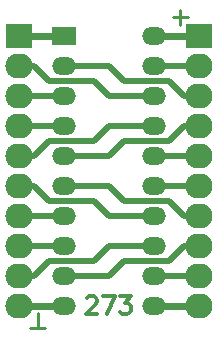
<source format=gbr>
%TF.GenerationSoftware,KiCad,Pcbnew,(5.1.8)-1*%
%TF.CreationDate,2022-11-11T23:15:09+03:00*%
%TF.ProjectId,273,3237332e-6b69-4636-9164-5f7063625858,rev?*%
%TF.SameCoordinates,Original*%
%TF.FileFunction,Copper,L1,Top*%
%TF.FilePolarity,Positive*%
%FSLAX46Y46*%
G04 Gerber Fmt 4.6, Leading zero omitted, Abs format (unit mm)*
G04 Created by KiCad (PCBNEW (5.1.8)-1) date 2022-11-11 23:15:09*
%MOMM*%
%LPD*%
G01*
G04 APERTURE LIST*
%TA.AperFunction,NonConductor*%
%ADD10C,0.300000*%
%TD*%
%TA.AperFunction,ComponentPad*%
%ADD11R,2.300000X2.100000*%
%TD*%
%TA.AperFunction,ComponentPad*%
%ADD12O,2.300000X2.100000*%
%TD*%
%TA.AperFunction,ComponentPad*%
%ADD13R,2.000000X1.500000*%
%TD*%
%TA.AperFunction,ComponentPad*%
%ADD14O,2.000000X1.500000*%
%TD*%
%TA.AperFunction,Conductor*%
%ADD15C,0.250000*%
%TD*%
%TA.AperFunction,Conductor*%
%ADD16C,0.600000*%
%TD*%
%TA.AperFunction,Conductor*%
%ADD17C,0.500000*%
%TD*%
G04 APERTURE END LIST*
D10*
X78152857Y-55201428D02*
X78224285Y-55130000D01*
X78367142Y-55058571D01*
X78724285Y-55058571D01*
X78867142Y-55130000D01*
X78938571Y-55201428D01*
X79010000Y-55344285D01*
X79010000Y-55487142D01*
X78938571Y-55701428D01*
X78081428Y-56558571D01*
X79010000Y-56558571D01*
X79510000Y-55058571D02*
X80510000Y-55058571D01*
X79867142Y-56558571D01*
X80938571Y-55058571D02*
X81867142Y-55058571D01*
X81367142Y-55630000D01*
X81581428Y-55630000D01*
X81724285Y-55701428D01*
X81795714Y-55772857D01*
X81867142Y-55915714D01*
X81867142Y-56272857D01*
X81795714Y-56415714D01*
X81724285Y-56487142D01*
X81581428Y-56558571D01*
X81152857Y-56558571D01*
X81010000Y-56487142D01*
X80938571Y-56415714D01*
D11*
%TO.P,J1,1*%
%TO.N,/~MR*%
X72390000Y-33020000D03*
D12*
%TO.P,J1,2*%
%TO.N,/D0*%
X72390000Y-35560000D03*
%TO.P,J1,3*%
%TO.N,/D1*%
X72390000Y-38100000D03*
%TO.P,J1,4*%
%TO.N,/D2*%
X72390000Y-40640000D03*
%TO.P,J1,5*%
%TO.N,/D3*%
X72390000Y-43180000D03*
%TO.P,J1,6*%
%TO.N,/D4*%
X72390000Y-45720000D03*
%TO.P,J1,7*%
%TO.N,/D5*%
X72390000Y-48260000D03*
%TO.P,J1,8*%
%TO.N,/D6*%
X72390000Y-50800000D03*
%TO.P,J1,9*%
%TO.N,/D7*%
X72390000Y-53340000D03*
%TO.P,J1,10*%
%TO.N,/GND*%
X72390000Y-55880000D03*
%TD*%
%TO.P,J2,10*%
%TO.N,/CP*%
X87630000Y-55880000D03*
%TO.P,J2,9*%
%TO.N,/Q7*%
X87630000Y-53340000D03*
%TO.P,J2,8*%
%TO.N,/Q6*%
X87630000Y-50800000D03*
%TO.P,J2,7*%
%TO.N,/Q5*%
X87630000Y-48260000D03*
%TO.P,J2,6*%
%TO.N,/Q4*%
X87630000Y-45720000D03*
%TO.P,J2,5*%
%TO.N,/Q3*%
X87630000Y-43180000D03*
%TO.P,J2,4*%
%TO.N,/Q2*%
X87630000Y-40640000D03*
%TO.P,J2,3*%
%TO.N,/Q1*%
X87630000Y-38100000D03*
%TO.P,J2,2*%
%TO.N,/Q0*%
X87630000Y-35560000D03*
D11*
%TO.P,J2,1*%
%TO.N,/VCC*%
X87630000Y-33020000D03*
%TD*%
D13*
%TO.P,U1,1*%
%TO.N,/~MR*%
X76200000Y-33020000D03*
D14*
%TO.P,U1,11*%
%TO.N,/CP*%
X83820000Y-55880000D03*
%TO.P,U1,2*%
%TO.N,/Q1*%
X76200000Y-35560000D03*
%TO.P,U1,12*%
%TO.N,/Q7*%
X83820000Y-53340000D03*
%TO.P,U1,3*%
%TO.N,/D1*%
X76200000Y-38100000D03*
%TO.P,U1,13*%
%TO.N,/D7*%
X83820000Y-50800000D03*
%TO.P,U1,4*%
%TO.N,/D2*%
X76200000Y-40640000D03*
%TO.P,U1,14*%
%TO.N,/D4*%
X83820000Y-48260000D03*
%TO.P,U1,5*%
%TO.N,/Q2*%
X76200000Y-43180000D03*
%TO.P,U1,15*%
%TO.N,/Q4*%
X83820000Y-45720000D03*
%TO.P,U1,6*%
%TO.N,/Q5*%
X76200000Y-45720000D03*
%TO.P,U1,16*%
%TO.N,/Q3*%
X83820000Y-43180000D03*
%TO.P,U1,7*%
%TO.N,/D5*%
X76200000Y-48260000D03*
%TO.P,U1,17*%
%TO.N,/D3*%
X83820000Y-40640000D03*
%TO.P,U1,8*%
%TO.N,/D6*%
X76200000Y-50800000D03*
%TO.P,U1,18*%
%TO.N,/D0*%
X83820000Y-38100000D03*
%TO.P,U1,9*%
%TO.N,/Q6*%
X76200000Y-53340000D03*
%TO.P,U1,19*%
%TO.N,/Q0*%
X83820000Y-35560000D03*
%TO.P,U1,10*%
%TO.N,/GND*%
X76200000Y-55880000D03*
%TO.P,U1,20*%
%TO.N,/VCC*%
X83820000Y-33020000D03*
%TD*%
D15*
%TO.N,*%
X86042500Y-30797500D02*
X86042500Y-32067500D01*
X85407500Y-31432500D02*
X86677500Y-31432500D01*
X73342500Y-57785000D02*
X74612500Y-57785000D01*
X73977500Y-56515000D02*
X73977500Y-57785000D01*
D16*
%TO.N,/~MR*%
X72390000Y-33020000D02*
X76200000Y-33020000D01*
D17*
%TO.N,/D0*%
X80010000Y-38100000D02*
X83820000Y-38100000D01*
X74930000Y-36830000D02*
X78740000Y-36830000D01*
X73660000Y-35560000D02*
X74930000Y-36830000D01*
X78740000Y-36830000D02*
X80010000Y-38100000D01*
X72390000Y-35560000D02*
X73660000Y-35560000D01*
%TO.N,/D1*%
X72390000Y-38100000D02*
X76200000Y-38100000D01*
%TO.N,/D2*%
X72390000Y-40640000D02*
X76200000Y-40640000D01*
%TO.N,/D3*%
X80010000Y-40640000D02*
X83820000Y-40640000D01*
X78740000Y-41910000D02*
X80010000Y-40640000D01*
X74930000Y-41910000D02*
X78740000Y-41910000D01*
X73660000Y-43180000D02*
X74930000Y-41910000D01*
X72390000Y-43180000D02*
X73660000Y-43180000D01*
%TO.N,/D4*%
X80010000Y-48260000D02*
X83820000Y-48260000D01*
X78740000Y-46990000D02*
X80010000Y-48260000D01*
X74930000Y-46990000D02*
X78740000Y-46990000D01*
X73660000Y-45720000D02*
X74930000Y-46990000D01*
X72390000Y-45720000D02*
X73660000Y-45720000D01*
%TO.N,/D5*%
X72390000Y-48260000D02*
X76200000Y-48260000D01*
%TO.N,/D6*%
X72390000Y-50800000D02*
X76200000Y-50800000D01*
%TO.N,/D7*%
X80010000Y-50800000D02*
X83820000Y-50800000D01*
X78740000Y-52070000D02*
X80010000Y-50800000D01*
X74930000Y-52070000D02*
X78740000Y-52070000D01*
X73660000Y-53340000D02*
X74930000Y-52070000D01*
X72390000Y-53340000D02*
X73660000Y-53340000D01*
D16*
%TO.N,/GND*%
X72390000Y-55880000D02*
X76200000Y-55880000D01*
%TO.N,/CP*%
X83820000Y-55880000D02*
X87630000Y-55880000D01*
D17*
%TO.N,/Q7*%
X83820000Y-53340000D02*
X87630000Y-53340000D01*
%TO.N,/Q6*%
X81280000Y-52070000D02*
X80010000Y-53340000D01*
X80010000Y-53340000D02*
X76200000Y-53340000D01*
X85090000Y-52070000D02*
X81280000Y-52070000D01*
X86360000Y-50800000D02*
X85090000Y-52070000D01*
X87630000Y-50800000D02*
X86360000Y-50800000D01*
%TO.N,/Q5*%
X80010000Y-45720000D02*
X76200000Y-45720000D01*
X81280000Y-46990000D02*
X80010000Y-45720000D01*
X85090000Y-46990000D02*
X81280000Y-46990000D01*
X86360000Y-48260000D02*
X85090000Y-46990000D01*
X87630000Y-48260000D02*
X86360000Y-48260000D01*
%TO.N,/Q4*%
X83820000Y-45720000D02*
X87630000Y-45720000D01*
%TO.N,/Q3*%
X83820000Y-43180000D02*
X87630000Y-43180000D01*
%TO.N,/Q2*%
X81280000Y-41910000D02*
X80010000Y-43180000D01*
X85090000Y-41910000D02*
X81280000Y-41910000D01*
X80010000Y-43180000D02*
X76200000Y-43180000D01*
X86360000Y-40640000D02*
X85090000Y-41910000D01*
X87630000Y-40640000D02*
X86360000Y-40640000D01*
%TO.N,/Q1*%
X80010000Y-35560000D02*
X81280000Y-36830000D01*
X76200000Y-35560000D02*
X80010000Y-35560000D01*
X87630000Y-38100000D02*
X86360000Y-38100000D01*
X86360000Y-38100000D02*
X85090000Y-36830000D01*
X81280000Y-36830000D02*
X85090000Y-36830000D01*
%TO.N,/Q0*%
X83820000Y-35560000D02*
X87630000Y-35560000D01*
D16*
%TO.N,/VCC*%
X83820000Y-33020000D02*
X87630000Y-33020000D01*
%TD*%
M02*

</source>
